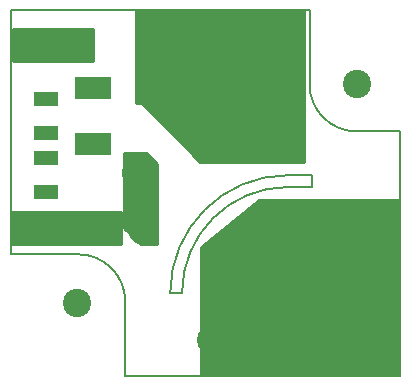
<source format=gbr>
G04 #@! TF.FileFunction,Soldermask,Top*
%FSLAX46Y46*%
G04 Gerber Fmt 4.6, Leading zero omitted, Abs format (unit mm)*
G04 Created by KiCad (PCBNEW 4.0.7) date 10/05/18 10:38:53*
%MOMM*%
%LPD*%
G01*
G04 APERTURE LIST*
%ADD10C,0.100000*%
%ADD11C,0.150000*%
%ADD12C,2.398980*%
%ADD13C,2.400000*%
%ADD14R,2.100000X1.300000*%
%ADD15R,3.100000X1.900000*%
%ADD16O,4.000000X2.200000*%
%ADD17C,3.000000*%
%ADD18C,2.600000*%
%ADD19C,0.254000*%
G04 APERTURE END LIST*
D10*
X129600000Y-117800000D02*
X134000000Y-114350000D01*
X134004135Y-114354512D02*
G75*
G03X132950000Y-113100000I-554135J604512D01*
G01*
X128642620Y-116440405D02*
X132950000Y-113100000D01*
X128642620Y-116440405D02*
G75*
G03X129600000Y-117800000I507380J-659595D01*
G01*
X130908677Y-105407543D02*
G75*
G03X131152655Y-103800000I141323J800837D01*
G01*
X121950000Y-113400000D02*
X121525000Y-108550000D01*
X119950000Y-108750000D02*
X120350000Y-113500000D01*
X121524622Y-108550098D02*
G75*
G03X119950000Y-108750000I-774622J-199902D01*
G01*
X120350992Y-113513920D02*
G75*
G03X121950000Y-113400000I799008J63920D01*
G01*
X125550000Y-104550000D02*
X130900000Y-105400000D01*
X125800000Y-102950000D02*
X131150000Y-103800000D01*
X125815108Y-102944239D02*
G75*
G03X125550000Y-104550000I-115108J-805761D01*
G01*
D11*
X135500000Y-110000000D02*
X133500000Y-110000000D01*
X135500000Y-109000000D02*
X135500000Y-110000000D01*
X133500000Y-109000000D02*
X135500000Y-109000000D01*
X123500000Y-119000000D02*
X124500000Y-119000000D01*
X133500000Y-109000000D02*
G75*
G03X123500000Y-119000000I0J-10000000D01*
G01*
X133500000Y-110000000D02*
G75*
G03X124500000Y-119000000I0J-9000000D01*
G01*
X139300000Y-105300000D02*
X143000000Y-105300000D01*
X135300000Y-101300000D02*
X135300000Y-95000000D01*
X115700000Y-115700000D02*
X110000000Y-115700000D01*
X119700000Y-119700000D02*
X119700000Y-126000000D01*
X119700000Y-119700000D02*
G75*
G03X115700000Y-115700000I-4000000J0D01*
G01*
X135300000Y-101300000D02*
G75*
G03X139300000Y-105300000I4000000J0D01*
G01*
X143000000Y-126000000D02*
X119700000Y-126000000D01*
X143000000Y-105300000D02*
X143000000Y-126000000D01*
X110000000Y-95000000D02*
X135300000Y-95000000D01*
X110000000Y-115700000D02*
X110000000Y-95000000D01*
D12*
X139300000Y-101300000D03*
X115600000Y-119800000D03*
X133500000Y-106500000D03*
X127000000Y-123000000D03*
X123000000Y-103000000D03*
X123000000Y-100000000D03*
X131000000Y-97000000D03*
X127000000Y-97000000D03*
X123000000Y-97000000D03*
X139000000Y-123000000D03*
X135000000Y-123000000D03*
X131000000Y-123000000D03*
X129000000Y-120000000D03*
X141000000Y-120000000D03*
X139000000Y-117000000D03*
X135000000Y-117000000D03*
X141000000Y-114000000D03*
D13*
X111490000Y-98000000D03*
X115300000Y-98000000D03*
D14*
X113000000Y-110450000D03*
X113000000Y-107550000D03*
D15*
X117000000Y-106400000D03*
X117000000Y-101600000D03*
D14*
X113000000Y-102550000D03*
X113000000Y-105450000D03*
D12*
X137000000Y-114000000D03*
D16*
X132420000Y-120000000D03*
X137500000Y-120000000D03*
X117500000Y-113500000D03*
X112420000Y-113500000D03*
X127420000Y-100000000D03*
X132500000Y-100000000D03*
D17*
X125490517Y-103718950D02*
X131219109Y-104626270D01*
X129032310Y-117221786D02*
X133602772Y-113650950D01*
D18*
X120732111Y-108609513D02*
X121167889Y-113590487D01*
D19*
G36*
X134873000Y-107873000D02*
X126052606Y-107873000D01*
X121089803Y-102910197D01*
X121047789Y-102882334D01*
X121000000Y-102873000D01*
X120627000Y-102873000D01*
X120627000Y-95127000D01*
X134873000Y-95127000D01*
X134873000Y-107873000D01*
X134873000Y-107873000D01*
G37*
X134873000Y-107873000D02*
X126052606Y-107873000D01*
X121089803Y-102910197D01*
X121047789Y-102882334D01*
X121000000Y-102873000D01*
X120627000Y-102873000D01*
X120627000Y-95127000D01*
X134873000Y-95127000D01*
X134873000Y-107873000D01*
G36*
X142873000Y-125873000D02*
X126127000Y-125873000D01*
X126127000Y-115061039D01*
X131044549Y-111127000D01*
X142873000Y-111127000D01*
X142873000Y-125873000D01*
X142873000Y-125873000D01*
G37*
X142873000Y-125873000D02*
X126127000Y-125873000D01*
X126127000Y-115061039D01*
X131044549Y-111127000D01*
X142873000Y-111127000D01*
X142873000Y-125873000D01*
G36*
X122373000Y-108052606D02*
X122373000Y-114873000D01*
X121052606Y-114873000D01*
X119627000Y-113447394D01*
X119627000Y-107127000D01*
X121447394Y-107127000D01*
X122373000Y-108052606D01*
X122373000Y-108052606D01*
G37*
X122373000Y-108052606D02*
X122373000Y-114873000D01*
X121052606Y-114873000D01*
X119627000Y-113447394D01*
X119627000Y-107127000D01*
X121447394Y-107127000D01*
X122373000Y-108052606D01*
G36*
X119373000Y-114873000D02*
X110127000Y-114873000D01*
X110127000Y-112127000D01*
X119373000Y-112127000D01*
X119373000Y-114873000D01*
X119373000Y-114873000D01*
G37*
X119373000Y-114873000D02*
X110127000Y-114873000D01*
X110127000Y-112127000D01*
X119373000Y-112127000D01*
X119373000Y-114873000D01*
G36*
X116952442Y-99373000D02*
X110206442Y-99373000D01*
X110206442Y-96627000D01*
X116952442Y-96627000D01*
X116952442Y-99373000D01*
X116952442Y-99373000D01*
G37*
X116952442Y-99373000D02*
X110206442Y-99373000D01*
X110206442Y-96627000D01*
X116952442Y-96627000D01*
X116952442Y-99373000D01*
M02*

</source>
